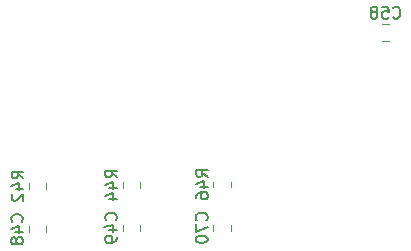
<source format=gbr>
G04 #@! TF.GenerationSoftware,KiCad,Pcbnew,5.1.9*
G04 #@! TF.CreationDate,2021-05-27T16:29:05+08:00*
G04 #@! TF.ProjectId,digital-amplifier2,64696769-7461-46c2-9d61-6d706c696669,rev?*
G04 #@! TF.SameCoordinates,Original*
G04 #@! TF.FileFunction,Legend,Bot*
G04 #@! TF.FilePolarity,Positive*
%FSLAX46Y46*%
G04 Gerber Fmt 4.6, Leading zero omitted, Abs format (unit mm)*
G04 Created by KiCad (PCBNEW 5.1.9) date 2021-05-27 16:29:05*
%MOMM*%
%LPD*%
G01*
G04 APERTURE LIST*
%ADD10C,0.120000*%
%ADD11C,0.150000*%
G04 APERTURE END LIST*
D10*
X113257000Y-140234936D02*
X113257000Y-140689064D01*
X111787000Y-140234936D02*
X111787000Y-140689064D01*
X105573500Y-140298436D02*
X105573500Y-140752564D01*
X104103500Y-140298436D02*
X104103500Y-140752564D01*
X97636000Y-140385436D02*
X97636000Y-140839564D01*
X96166000Y-140385436D02*
X96166000Y-140839564D01*
X113257000Y-143883748D02*
X113257000Y-144406252D01*
X111787000Y-143883748D02*
X111787000Y-144406252D01*
X105573500Y-143883748D02*
X105573500Y-144406252D01*
X104103500Y-143883748D02*
X104103500Y-144406252D01*
X97636000Y-144010748D02*
X97636000Y-144533252D01*
X96166000Y-144010748D02*
X96166000Y-144533252D01*
X126626252Y-128370000D02*
X126103748Y-128370000D01*
X126626252Y-126900000D02*
X126103748Y-126900000D01*
D11*
X111324380Y-139819142D02*
X110848190Y-139485809D01*
X111324380Y-139247714D02*
X110324380Y-139247714D01*
X110324380Y-139628666D01*
X110372000Y-139723904D01*
X110419619Y-139771523D01*
X110514857Y-139819142D01*
X110657714Y-139819142D01*
X110752952Y-139771523D01*
X110800571Y-139723904D01*
X110848190Y-139628666D01*
X110848190Y-139247714D01*
X110657714Y-140676285D02*
X111324380Y-140676285D01*
X110276761Y-140438190D02*
X110991047Y-140200095D01*
X110991047Y-140819142D01*
X110324380Y-141628666D02*
X110324380Y-141438190D01*
X110372000Y-141342952D01*
X110419619Y-141295333D01*
X110562476Y-141200095D01*
X110752952Y-141152476D01*
X111133904Y-141152476D01*
X111229142Y-141200095D01*
X111276761Y-141247714D01*
X111324380Y-141342952D01*
X111324380Y-141533428D01*
X111276761Y-141628666D01*
X111229142Y-141676285D01*
X111133904Y-141723904D01*
X110895809Y-141723904D01*
X110800571Y-141676285D01*
X110752952Y-141628666D01*
X110705333Y-141533428D01*
X110705333Y-141342952D01*
X110752952Y-141247714D01*
X110800571Y-141200095D01*
X110895809Y-141152476D01*
X103640880Y-139882642D02*
X103164690Y-139549309D01*
X103640880Y-139311214D02*
X102640880Y-139311214D01*
X102640880Y-139692166D01*
X102688500Y-139787404D01*
X102736119Y-139835023D01*
X102831357Y-139882642D01*
X102974214Y-139882642D01*
X103069452Y-139835023D01*
X103117071Y-139787404D01*
X103164690Y-139692166D01*
X103164690Y-139311214D01*
X102974214Y-140739785D02*
X103640880Y-140739785D01*
X102593261Y-140501690D02*
X103307547Y-140263595D01*
X103307547Y-140882642D01*
X102974214Y-141692166D02*
X103640880Y-141692166D01*
X102593261Y-141454071D02*
X103307547Y-141215976D01*
X103307547Y-141835023D01*
X95703380Y-139969642D02*
X95227190Y-139636309D01*
X95703380Y-139398214D02*
X94703380Y-139398214D01*
X94703380Y-139779166D01*
X94751000Y-139874404D01*
X94798619Y-139922023D01*
X94893857Y-139969642D01*
X95036714Y-139969642D01*
X95131952Y-139922023D01*
X95179571Y-139874404D01*
X95227190Y-139779166D01*
X95227190Y-139398214D01*
X95036714Y-140826785D02*
X95703380Y-140826785D01*
X94655761Y-140588690D02*
X95370047Y-140350595D01*
X95370047Y-140969642D01*
X94798619Y-141302976D02*
X94751000Y-141350595D01*
X94703380Y-141445833D01*
X94703380Y-141683928D01*
X94751000Y-141779166D01*
X94798619Y-141826785D01*
X94893857Y-141874404D01*
X94989095Y-141874404D01*
X95131952Y-141826785D01*
X95703380Y-141255357D01*
X95703380Y-141874404D01*
X111199142Y-143502142D02*
X111246761Y-143454523D01*
X111294380Y-143311666D01*
X111294380Y-143216428D01*
X111246761Y-143073571D01*
X111151523Y-142978333D01*
X111056285Y-142930714D01*
X110865809Y-142883095D01*
X110722952Y-142883095D01*
X110532476Y-142930714D01*
X110437238Y-142978333D01*
X110342000Y-143073571D01*
X110294380Y-143216428D01*
X110294380Y-143311666D01*
X110342000Y-143454523D01*
X110389619Y-143502142D01*
X110294380Y-143835476D02*
X110294380Y-144502142D01*
X111294380Y-144073571D01*
X110294380Y-145073571D02*
X110294380Y-145168809D01*
X110342000Y-145264047D01*
X110389619Y-145311666D01*
X110484857Y-145359285D01*
X110675333Y-145406904D01*
X110913428Y-145406904D01*
X111103904Y-145359285D01*
X111199142Y-145311666D01*
X111246761Y-145264047D01*
X111294380Y-145168809D01*
X111294380Y-145073571D01*
X111246761Y-144978333D01*
X111199142Y-144930714D01*
X111103904Y-144883095D01*
X110913428Y-144835476D01*
X110675333Y-144835476D01*
X110484857Y-144883095D01*
X110389619Y-144930714D01*
X110342000Y-144978333D01*
X110294380Y-145073571D01*
X103515642Y-143502142D02*
X103563261Y-143454523D01*
X103610880Y-143311666D01*
X103610880Y-143216428D01*
X103563261Y-143073571D01*
X103468023Y-142978333D01*
X103372785Y-142930714D01*
X103182309Y-142883095D01*
X103039452Y-142883095D01*
X102848976Y-142930714D01*
X102753738Y-142978333D01*
X102658500Y-143073571D01*
X102610880Y-143216428D01*
X102610880Y-143311666D01*
X102658500Y-143454523D01*
X102706119Y-143502142D01*
X102944214Y-144359285D02*
X103610880Y-144359285D01*
X102563261Y-144121190D02*
X103277547Y-143883095D01*
X103277547Y-144502142D01*
X103610880Y-144930714D02*
X103610880Y-145121190D01*
X103563261Y-145216428D01*
X103515642Y-145264047D01*
X103372785Y-145359285D01*
X103182309Y-145406904D01*
X102801357Y-145406904D01*
X102706119Y-145359285D01*
X102658500Y-145311666D01*
X102610880Y-145216428D01*
X102610880Y-145025952D01*
X102658500Y-144930714D01*
X102706119Y-144883095D01*
X102801357Y-144835476D01*
X103039452Y-144835476D01*
X103134690Y-144883095D01*
X103182309Y-144930714D01*
X103229928Y-145025952D01*
X103229928Y-145216428D01*
X103182309Y-145311666D01*
X103134690Y-145359285D01*
X103039452Y-145406904D01*
X95578142Y-143629142D02*
X95625761Y-143581523D01*
X95673380Y-143438666D01*
X95673380Y-143343428D01*
X95625761Y-143200571D01*
X95530523Y-143105333D01*
X95435285Y-143057714D01*
X95244809Y-143010095D01*
X95101952Y-143010095D01*
X94911476Y-143057714D01*
X94816238Y-143105333D01*
X94721000Y-143200571D01*
X94673380Y-143343428D01*
X94673380Y-143438666D01*
X94721000Y-143581523D01*
X94768619Y-143629142D01*
X95006714Y-144486285D02*
X95673380Y-144486285D01*
X94625761Y-144248190D02*
X95340047Y-144010095D01*
X95340047Y-144629142D01*
X95101952Y-145152952D02*
X95054333Y-145057714D01*
X95006714Y-145010095D01*
X94911476Y-144962476D01*
X94863857Y-144962476D01*
X94768619Y-145010095D01*
X94721000Y-145057714D01*
X94673380Y-145152952D01*
X94673380Y-145343428D01*
X94721000Y-145438666D01*
X94768619Y-145486285D01*
X94863857Y-145533904D01*
X94911476Y-145533904D01*
X95006714Y-145486285D01*
X95054333Y-145438666D01*
X95101952Y-145343428D01*
X95101952Y-145152952D01*
X95149571Y-145057714D01*
X95197190Y-145010095D01*
X95292428Y-144962476D01*
X95482904Y-144962476D01*
X95578142Y-145010095D01*
X95625761Y-145057714D01*
X95673380Y-145152952D01*
X95673380Y-145343428D01*
X95625761Y-145438666D01*
X95578142Y-145486285D01*
X95482904Y-145533904D01*
X95292428Y-145533904D01*
X95197190Y-145486285D01*
X95149571Y-145438666D01*
X95101952Y-145343428D01*
X127007857Y-126342142D02*
X127055476Y-126389761D01*
X127198333Y-126437380D01*
X127293571Y-126437380D01*
X127436428Y-126389761D01*
X127531666Y-126294523D01*
X127579285Y-126199285D01*
X127626904Y-126008809D01*
X127626904Y-125865952D01*
X127579285Y-125675476D01*
X127531666Y-125580238D01*
X127436428Y-125485000D01*
X127293571Y-125437380D01*
X127198333Y-125437380D01*
X127055476Y-125485000D01*
X127007857Y-125532619D01*
X126103095Y-125437380D02*
X126579285Y-125437380D01*
X126626904Y-125913571D01*
X126579285Y-125865952D01*
X126484047Y-125818333D01*
X126245952Y-125818333D01*
X126150714Y-125865952D01*
X126103095Y-125913571D01*
X126055476Y-126008809D01*
X126055476Y-126246904D01*
X126103095Y-126342142D01*
X126150714Y-126389761D01*
X126245952Y-126437380D01*
X126484047Y-126437380D01*
X126579285Y-126389761D01*
X126626904Y-126342142D01*
X125484047Y-125865952D02*
X125579285Y-125818333D01*
X125626904Y-125770714D01*
X125674523Y-125675476D01*
X125674523Y-125627857D01*
X125626904Y-125532619D01*
X125579285Y-125485000D01*
X125484047Y-125437380D01*
X125293571Y-125437380D01*
X125198333Y-125485000D01*
X125150714Y-125532619D01*
X125103095Y-125627857D01*
X125103095Y-125675476D01*
X125150714Y-125770714D01*
X125198333Y-125818333D01*
X125293571Y-125865952D01*
X125484047Y-125865952D01*
X125579285Y-125913571D01*
X125626904Y-125961190D01*
X125674523Y-126056428D01*
X125674523Y-126246904D01*
X125626904Y-126342142D01*
X125579285Y-126389761D01*
X125484047Y-126437380D01*
X125293571Y-126437380D01*
X125198333Y-126389761D01*
X125150714Y-126342142D01*
X125103095Y-126246904D01*
X125103095Y-126056428D01*
X125150714Y-125961190D01*
X125198333Y-125913571D01*
X125293571Y-125865952D01*
M02*

</source>
